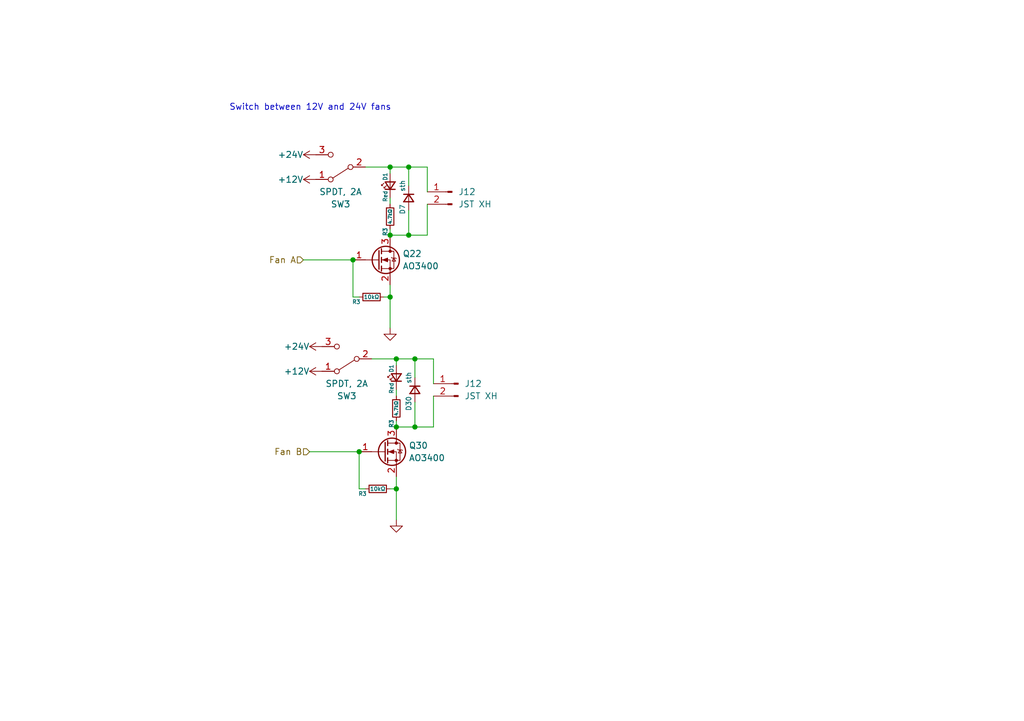
<source format=kicad_sch>
(kicad_sch (version 20230121) (generator eeschema)
  (paper "A5")
  (lib_symbols
    (symbol "Connector:Conn_01x02_Pin" (pin_names (offset 1.016) hide)
      (property "Reference" "J" (at 0 2.54 0))
      (property "Value" "Conn_01x02_Pin" (at 0 -5.08 0))
      (symbol "Conn_01x02_Pin_1_1"
        (polyline (pts (xy 1.27 -2.54) (xy 0.8636 -2.54)) (stroke (width 0.1524)))
        (polyline (pts (xy 1.27 0) (xy 0.8636 0)) (stroke (width 0.1524)))
        (rectangle (start 0.8636 -2.413) (end 0 -2.667) (stroke (width 0.1524)) (fill (type outline)))
        (rectangle (start 0.8636 0.127) (end 0 -0.127) (stroke (width 0.1524)) (fill (type outline)))
        (pin passive line (at 5.08 0 180) (length 3.81) (name "Pin_1") (number "1"))
        (pin passive line (at 5.08 -2.54 180) (length 3.81) (name "Pin_2") (number "2"))
      )
    )
    (symbol "Device:D_Small" (pin_numbers hide) (pin_names (offset 0.254) hide)
      (property "Reference" "D" (at -1.27 2.032 0))
      (property "Value" "D_Small" (at -3.81 -2.032 0))
      (symbol "D_Small_0_1"
        (polyline (pts (xy -0.762 -1.016) (xy -0.762 1.016)) (stroke (width 0.254)))
        (polyline (pts (xy -0.762 0) (xy 0.762 0)))
        (polyline (pts (xy 0.762 -1.016) (xy -0.762 0) (xy 0.762 1.016) (xy 0.762 -1.016)) (stroke (width 0.254)))
      )
      (symbol "D_Small_1_1"
        (pin passive line (at -2.54 0 0) (length 1.778) (name "K") (number "1"))
        (pin passive line (at 2.54 0 180) (length 1.778) (name "A") (number "2"))
      )
    )
    (symbol "Device:LED_Small" (pin_numbers hide) (pin_names (offset 0.254) hide)
      (property "Reference" "D" (at -1.27 3.175 0))
      (property "Value" "LED_Small" (at -4.445 -2.54 0))
      (symbol "LED_Small_0_1"
        (polyline (pts (xy -0.762 -1.016) (xy -0.762 1.016)) (stroke (width 0.254)))
        (polyline (pts (xy 1.016 0) (xy -0.762 0)))
        (polyline (pts (xy 0.762 -1.016) (xy -0.762 0) (xy 0.762 1.016) (xy 0.762 -1.016)) (stroke (width 0.254)))
        (polyline (pts (xy 0 0.762) (xy -0.508 1.27) (xy -0.254 1.27) (xy -0.508 1.27) (xy -0.508 1.016)))
        (polyline (pts (xy 0.508 1.27) (xy 0 1.778) (xy 0.254 1.778) (xy 0 1.778) (xy 0 1.524)))
      )
      (symbol "LED_Small_1_1"
        (pin passive line (at -2.54 0 0) (length 1.778) (name "K") (number "1"))
        (pin passive line (at 2.54 0 180) (length 1.778) (name "A") (number "2"))
      )
    )
    (symbol "Device:Q_NMOS_GSD" (pin_names (offset 0) hide)
      (property "Reference" "Q" (at 5.08 1.27 0))
      (property "Value" "Q_NMOS_GSD" (at 5.08 -1.27 0))
      (symbol "Q_NMOS_GSD_0_1"
        (polyline (pts (xy 0.254 0) (xy -2.54 0)))
        (polyline (pts (xy 0.254 1.905) (xy 0.254 -1.905)) (stroke (width 0.254)))
        (polyline (pts (xy 0.762 -1.27) (xy 0.762 -2.286)) (stroke (width 0.254)))
        (polyline (pts (xy 0.762 0.508) (xy 0.762 -0.508)) (stroke (width 0.254)))
        (polyline (pts (xy 0.762 2.286) (xy 0.762 1.27)) (stroke (width 0.254)))
        (polyline (pts (xy 2.54 2.54) (xy 2.54 1.778)))
        (polyline (pts (xy 2.54 -2.54) (xy 2.54 0) (xy 0.762 0)))
        (polyline (pts (xy 0.762 -1.778) (xy 3.302 -1.778) (xy 3.302 1.778) (xy 0.762 1.778)))
        (polyline (pts (xy 1.016 0) (xy 2.032 0.381) (xy 2.032 -0.381) (xy 1.016 0)) (fill (type outline)))
        (polyline (pts (xy 2.794 0.508) (xy 2.921 0.381) (xy 3.683 0.381) (xy 3.81 0.254)))
        (polyline (pts (xy 3.302 0.381) (xy 2.921 -0.254) (xy 3.683 -0.254) (xy 3.302 0.381)))
        (circle (center 1.651 0) (radius 2.794) (stroke (width 0.254)))
        (circle (center 2.54 -1.778) (radius 0.254) (fill (type outline)))
        (circle (center 2.54 1.778) (radius 0.254) (fill (type outline)))
      )
      (symbol "Q_NMOS_GSD_1_1"
        (pin input line (at -5.08 0 0) (length 2.54) (name "G") (number "1"))
        (pin passive line (at 2.54 -5.08 90) (length 2.54) (name "S") (number "2"))
        (pin passive line (at 2.54 5.08 270) (length 2.54) (name "D") (number "3"))
      )
    )
    (symbol "Device:R_Small" (pin_numbers hide) (pin_names (offset 0.254) hide)
      (property "Reference" "R" (at 0.762 0.508 0))
      (property "Value" "R_Small" (at 0.762 -1.016 0))
      (symbol "R_Small_0_1"
        (rectangle (start -0.762 1.778) (end 0.762 -1.778) (stroke (width 0.2032)))
      )
      (symbol "R_Small_1_1"
        (pin passive line (at 0 2.54 270) (length 0.762) (name "~") (number "1"))
        (pin passive line (at 0 -2.54 90) (length 0.762) (name "~") (number "2"))
      )
    )
    (symbol "Switch:SW_SPDT" (pin_names (offset 0) hide)
      (property "Reference" "SW" (at 0 4.318 0))
      (property "Value" "SW_SPDT" (at 0 -5.08 0))
      (symbol "SW_SPDT_0_0"
        (circle (center -2.032 0) (radius 0.508))
        (circle (center 2.032 -2.54) (radius 0.508))
      )
      (symbol "SW_SPDT_0_1"
        (polyline (pts (xy -1.524 0.254) (xy 1.651 2.286)))
        (circle (center 2.032 2.54) (radius 0.508))
      )
      (symbol "SW_SPDT_1_1"
        (pin passive line (at 5.08 2.54 180) (length 2.54) (name "A") (number "1"))
        (pin passive line (at -5.08 0 0) (length 2.54) (name "B") (number "2"))
        (pin passive line (at 5.08 -2.54 180) (length 2.54) (name "C") (number "3"))
      )
    )
    (symbol "power:+12V" (power) (pin_names (offset 0))
      (property "Value" "+12V" (at 0 3.556 0))
      (symbol "+12V_0_1"
        (polyline (pts (xy -0.762 1.27) (xy 0 2.54)))
        (polyline (pts (xy 0 0) (xy 0 2.54)))
        (polyline (pts (xy 0 2.54) (xy 0.762 1.27)))
      )
      (symbol "+12V_1_1"
        (pin power_in line (at 0 0 90) (length 0) hide (name "+12V") (number "1"))
      )
    )
    (symbol "power:+24V" (power) (pin_names (offset 0))
      (property "Value" "+24V" (at 0 3.556 0))
      (symbol "+24V_0_1"
        (polyline (pts (xy -0.762 1.27) (xy 0 2.54)))
        (polyline (pts (xy 0 0) (xy 0 2.54)))
        (polyline (pts (xy 0 2.54) (xy 0.762 1.27)))
      )
      (symbol "+24V_1_1"
        (pin power_in line (at 0 0 90) (length 0) hide (name "+24V") (number "1"))
      )
    )
    (symbol "power:GND" (power) (pin_names (offset 0))
      (property "Value" "GND" (at 0 -3.81 0))
      (symbol "GND_0_1"
        (polyline (pts (xy 0 0) (xy 0 -1.27) (xy 1.27 -1.27) (xy 0 -2.54) (xy -1.27 -1.27) (xy 0 -1.27)))
      )
      (symbol "GND_1_1"
        (pin power_in line (at 0 0 270) (length 0) hide (name "GND") (number "1"))
      )
    )
  )
  (junction (at 80.01 60.96))
  (junction (at 80.01 34.29))
  (junction (at 85.09 87.63))
  (junction (at 85.09 73.66))
  (junction (at 81.28 100.33))
  (junction (at 81.28 73.66))
  (junction (at 80.01 48.26))
  (junction (at 83.82 48.26))
  (junction (at 83.82 34.29))
  (junction (at 73.66 92.71))
  (junction (at 72.39 53.34))
  (junction (at 81.28 87.63))
  (wire (pts (xy 80.01 48.26) (xy 83.82 48.26)))
  (wire (pts (xy 62.23 53.34) (xy 72.39 53.34)))
  (wire (pts (xy 72.39 53.34) (xy 72.39 60.96)))
  (wire (pts (xy 88.9 73.66) (xy 88.9 78.74)))
  (wire (pts (xy 72.39 60.96) (xy 73.66 60.96)))
  (wire (pts (xy 81.28 87.63) (xy 81.28 86.36)))
  (wire (pts (xy 88.9 87.63) (xy 85.09 87.63)))
  (wire (pts (xy 83.82 43.18) (xy 83.82 48.26)))
  (wire (pts (xy 81.28 100.33) (xy 81.28 97.79)))
  (wire (pts (xy 87.63 34.29) (xy 87.63 39.37)))
  (wire (pts (xy 80.01 67.31) (xy 80.01 60.96)))
  (wire (pts (xy 81.28 106.68) (xy 81.28 100.33)))
  (wire (pts (xy 80.01 60.96) (xy 80.01 58.42)))
  (wire (pts (xy 80.01 34.29) (xy 83.82 34.29)))
  (wire (pts (xy 87.63 48.26) (xy 83.82 48.26)))
  (wire (pts (xy 88.9 81.28) (xy 88.9 87.63)))
  (wire (pts (xy 76.2 73.66) (xy 81.28 73.66)))
  (wire (pts (xy 83.82 34.29) (xy 83.82 38.1)))
  (wire (pts (xy 85.09 73.66) (xy 88.9 73.66)))
  (wire (pts (xy 80.01 35.56) (xy 80.01 34.29)))
  (wire (pts (xy 81.28 87.63) (xy 85.09 87.63)))
  (wire (pts (xy 85.09 73.66) (xy 85.09 77.47)))
  (wire (pts (xy 85.09 82.55) (xy 85.09 87.63)))
  (wire (pts (xy 81.28 81.28) (xy 81.28 80.01)))
  (wire (pts (xy 81.28 73.66) (xy 85.09 73.66)))
  (wire (pts (xy 80.01 100.33) (xy 81.28 100.33)))
  (wire (pts (xy 81.28 74.93) (xy 81.28 73.66)))
  (wire (pts (xy 73.66 100.33) (xy 74.93 100.33)))
  (wire (pts (xy 80.01 48.26) (xy 80.01 46.99)))
  (wire (pts (xy 83.82 34.29) (xy 87.63 34.29)))
  (wire (pts (xy 87.63 41.91) (xy 87.63 48.26)))
  (wire (pts (xy 78.74 60.96) (xy 80.01 60.96)))
  (wire (pts (xy 74.93 34.29) (xy 80.01 34.29)))
  (wire (pts (xy 80.01 41.91) (xy 80.01 40.64)))
  (wire (pts (xy 63.5 92.71) (xy 73.66 92.71)))
  (wire (pts (xy 73.66 92.71) (xy 73.66 100.33)))
  (text "Switch between 12V and 24V fans" (at 46.99 22.86 0) (effects (font (size 1.27 1.27)) (justify left bottom)))
  (hierarchical_label "Fan A" (shape input) (at 62.23 53.34 180))
  (hierarchical_label "Fan B" (shape input) (at 63.5 92.71 180))
  (symbol (lib_id "power:GND") (at 81.28 106.68 0) (unit 1)
    (property "Reference" "#PWR0118" (effects hide))
    (property "Value" "GND" (effects hide))
    (instances (project "mainboard" (path "" (reference "#PWR0118") (unit 1)) (path "" (reference "#PWR0143") (unit 1)) (path "" (reference "#PWR0119") (unit 1)) (path "" (reference "#PWR0164") (unit 1))))
  )
  (symbol (lib_id "power:+12V") (at 66.04 76.2 90) (mirror x) (unit 1)
    (property "Reference" "#PWR0117" (effects hide))
    (property "Value" "+12V" (at 63.5 76.2 90) (effects (justify left)))
    (instances (project "mainboard" (path "" (reference "#PWR0117") (unit 1)) (path "" (reference "#PWR0131") (unit 1)) (path "" (reference "#PWR0112") (unit 1)) (path "" (reference "#PWR0163") (unit 1))))
  )
  (symbol (lib_id "power:GND") (at 80.01 67.31 0) (unit 1)
    (property "Reference" "#PWR0118" (effects hide))
    (property "Value" "GND" (effects hide))
    (instances (project "mainboard" (path "" (reference "#PWR0118") (unit 1)) (path "" (reference "#PWR0178") (unit 1)) (path "" (reference "#PWR0168") (unit 1)) (path "" (reference "#PWR0188") (unit 1))))
  )
  (symbol (lib_id "Device:D_Small") (at 85.09 80.01 270) (unit 1)
    (property "Reference" "D30" (at 83.82 81.28 0) (effects (font (size 1 1)) (justify left)))
    (property "Value" "sth" (at 83.82 78.74 0) (effects (font (size 1 1)) (justify right)))
    (property "Sim.Device" "D" (effects hide))
    (property "Sim.Pins" "1=K 2=A" (effects hide))
    (instances (project "mainboard" (path "" (reference "D30") (unit 1)) (path "" (reference "D6") (unit 1)) (path "" (reference "D28") (unit 1))))
  )
  (symbol (lib_id "power:+12V") (at 64.77 36.83 90) (mirror x) (unit 1)
    (property "Reference" "#PWR0117" (effects hide))
    (property "Value" "+12V" (at 62.23 36.83 90) (effects (justify left)))
    (instances (project "mainboard" (path "" (reference "#PWR0117") (unit 1)) (path "" (reference "#PWR0171") (unit 1)) (path "" (reference "#PWR0161") (unit 1)) (path "" (reference "#PWR0181") (unit 1))))
  )
  (symbol (lib_id "Device:R_Small") (at 77.47 100.33 270) (unit 1)
    (property "Reference" "R3" (at 75.2 101.33 90) (effects (font (size 0.8 0.8)) (justify right)))
    (property "Value" "10kΩ" (at 77.47 100.33 90) (effects (font (size 0.8 0.8))))
    (property "Footprint" "AlphaLib:0402R" (effects hide))
    (instances (project "driver-tmc5160" (path "" (reference "R3") (unit 1))) (project "mainboard" (path "" (reference "R49") (unit 1)) (path "" (reference "R50") (unit 1)) (path "" (reference "R47") (unit 1)) (path "" (reference "R52") (unit 1))))
  )
  (symbol (lib_id "power:+24V") (at 66.04 71.12 90) (mirror x) (unit 1)
    (property "Reference" "#PWR0116" (effects hide))
    (property "Value" "+24V" (at 63.5 71.12 90) (effects (justify left)))
    (instances (project "mainboard" (path "" (reference "#PWR0116") (unit 1)) (path "" (reference "#PWR0126") (unit 1)) (path "" (reference "#PWR0105") (unit 1)) (path "" (reference "#PWR0162") (unit 1))))
  )
  (symbol (lib_id "Device:R_Small") (at 76.2 60.96 270) (unit 1)
    (property "Reference" "R3" (at 73.93 61.96 90) (effects (font (size 0.8 0.8)) (justify right)))
    (property "Value" "10kΩ" (at 76.2 60.96 90) (effects (font (size 0.8 0.8))))
    (property "Footprint" "AlphaLib:0402R" (effects hide))
    (instances (project "driver-tmc5160" (path "" (reference "R3") (unit 1))) (project "mainboard" (path "" (reference "R49") (unit 1)) (path "" (reference "R53") (unit 1)) (path "" (reference "R49") (unit 1)) (path "" (reference "R57") (unit 1))))
  )
  (symbol (lib_id "Device:D_Small") (at 83.82 40.64 270) (unit 1)
    (property "Reference" "D7" (at 82.55 41.91 0) (effects (font (size 1 1)) (justify left)))
    (property "Value" "sth" (at 82.55 39.37 0) (effects (font (size 1 1)) (justify right)))
    (property "Sim.Device" "D" (effects hide))
    (property "Sim.Pins" "1=K 2=A" (effects hide))
    (instances (project "mainboard" (path "" (reference "D7") (unit 1)) (path "" (reference "D3") (unit 1)) (path "" (reference "D5") (unit 1))))
  )
  (symbol (lib_id "Device:LED_Small") (at 80.01 38.1 90) (unit 1)
    (property "Reference" "D1" (at 79.01 37.1 0) (effects (font (size 0.8 0.8)) (justify left)))
    (property "Value" "Red" (at 79.01 39.1 0) (effects (font (size 0.8 0.8)) (justify right)))
    (property "Footprint" "AlphaLib:0402LED" (effects hide))
    (instances (project "driver-tmc5160" (path "" (reference "D1") (unit 1))) (project "mainboard" (path "" (reference "D18") (unit 1)) (path "" (reference "D25") (unit 1)) (path "" (reference "D26") (unit 1)) (path "" (reference "D27") (unit 1)) (path "" (reference "D13") (unit 1)) (path "" (reference "D14") (unit 1)) (path "" (reference "D15") (unit 1)) (path "" (reference "D11") (unit 1))))
  )
  (symbol (lib_id "Switch:SW_SPDT") (at 71.12 73.66 180) (unit 1)
    (property "Reference" "SW3" (at 71.12 81.28 0))
    (property "Value" "SPDT, 2A" (at 71.12 78.74 0))
    (property "Footprint" "corevus:MS-22C01_SPDT" (effects hide))
    (instances (project "mainboard" (path "" (reference "SW3") (unit 1)) (path "" (reference "SW6") (unit 1)) (path "" (reference "SW4") (unit 1)) (path "" (reference "SW8") (unit 1))))
  )
  (symbol (lib_id "Device:R_Small") (at 80.01 44.45 0) (mirror y) (unit 1)
    (property "Reference" "R3" (at 79.01 46.72 90) (effects (font (size 0.8 0.8)) (justify right)))
    (property "Value" "4.7kΩ" (at 80.01 44.45 90) (effects (font (size 0.7 0.7))))
    (property "Footprint" "AlphaLib:0402R" (effects hide))
    (instances (project "driver-tmc5160" (path "" (reference "R3") (unit 1))) (project "mainboard" (path "" (reference "R49") (unit 1)) (path "" (reference "R105") (unit 1)) (path "" (reference "R104") (unit 1)) (path "" (reference "R106") (unit 1))))
  )
  (symbol (lib_id "Device:R_Small") (at 81.28 83.82 0) (mirror y) (unit 1)
    (property "Reference" "R3" (at 80.28 86.09 90) (effects (font (size 0.8 0.8)) (justify right)))
    (property "Value" "4.7kΩ" (at 81.28 83.82 90) (effects (font (size 0.7 0.7))))
    (property "Footprint" "AlphaLib:0402R" (effects hide))
    (instances (project "driver-tmc5160" (path "" (reference "R3") (unit 1))) (project "mainboard" (path "" (reference "R49") (unit 1)) (path "" (reference "R51") (unit 1)) (path "" (reference "R48") (unit 1)) (path "" (reference "R54") (unit 1))))
  )
  (symbol (lib_id "Device:Q_NMOS_GSD") (at 78.74 92.71 0) (unit 1)
    (property "Reference" "Q30" (at 83.82 91.44 0) (effects (justify left)))
    (property "Value" "AO3400" (at 83.82 93.98 0) (effects (justify left)))
    (property "Footprint" "Package_TO_SOT_SMD:SOT-23" (effects hide))
    (instances (project "mainboard" (path "" (reference "Q30") (unit 1)) (path "" (reference "Q28") (unit 1)) (path "" (reference "Q29") (unit 1))))
  )
  (symbol (lib_id "Connector:Conn_01x02_Pin") (at 93.98 78.74 0) (mirror y) (unit 1)
    (property "Reference" "J12" (at 95.25 78.74 0) (effects (justify right)))
    (property "Value" "JST XH" (at 95.25 81.28 0) (effects (justify right)))
    (property "Footprint" "corevus:ShouHan_2.54-2PLT" (effects hide))
    (instances (project "mainboard" (path "" (reference "J12") (unit 1)) (path "" (reference "J17") (unit 1)) (path "" (reference "J15") (unit 1)) (path "" (reference "J19") (unit 1))))
  )
  (symbol (lib_id "power:+24V") (at 64.77 31.75 90) (mirror x) (unit 1)
    (property "Reference" "#PWR0116" (effects hide))
    (property "Value" "+24V" (at 62.23 31.75 90) (effects (justify left)))
    (instances (project "mainboard" (path "" (reference "#PWR0116") (unit 1)) (path "" (reference "#PWR0170") (unit 1)) (path "" (reference "#PWR0160") (unit 1)) (path "" (reference "#PWR0180") (unit 1))))
  )
  (symbol (lib_id "Switch:SW_SPDT") (at 69.85 34.29 180) (unit 1)
    (property "Reference" "SW3" (at 69.85 41.91 0))
    (property "Value" "SPDT, 2A" (at 69.85 39.37 0))
    (property "Footprint" "corevus:MS-22C01_SPDT" (effects hide))
    (instances (project "mainboard" (path "" (reference "SW3") (unit 1)) (path "" (reference "SW5") (unit 1)) (path "" (reference "SW3") (unit 1)) (path "" (reference "SW7") (unit 1))))
  )
  (symbol (lib_id "Connector:Conn_01x02_Pin") (at 92.71 39.37 0) (mirror y) (unit 1)
    (property "Reference" "J12" (at 93.98 39.37 0) (effects (justify right)))
    (property "Value" "JST XH" (at 93.98 41.91 0) (effects (justify right)))
    (property "Footprint" "corevus:ShouHan_2.54-2PLT" (effects hide))
    (instances (project "mainboard" (path "" (reference "J12") (unit 1)) (path "" (reference "J16") (unit 1)) (path "" (reference "J14") (unit 1)) (path "" (reference "J18") (unit 1))))
  )
  (symbol (lib_id "Device:Q_NMOS_GSD") (at 77.47 53.34 0) (unit 1)
    (property "Reference" "Q22" (at 82.55 52.07 0) (effects (justify left)))
    (property "Value" "AO3400" (at 82.55 54.61 0) (effects (justify left)))
    (property "Footprint" "Package_TO_SOT_SMD:SOT-23" (effects hide))
    (instances (project "mainboard" (path "" (reference "Q22") (unit 1)) (path "" (reference "Q20") (unit 1)) (path "" (reference "Q21") (unit 1))))
  )
  (symbol (lib_id "Device:LED_Small") (at 81.28 77.47 90) (unit 1)
    (property "Reference" "D1" (at 80.28 76.47 0) (effects (font (size 0.8 0.8)) (justify left)))
    (property "Value" "Red" (at 80.28 78.47 0) (effects (font (size 0.8 0.8)) (justify right)))
    (property "Footprint" "AlphaLib:0402LED" (effects hide))
    (instances (project "driver-tmc5160" (path "" (reference "D1") (unit 1))) (project "mainboard" (path "" (reference "D18") (unit 1)) (path "" (reference "D4") (unit 1)) (path "" (reference "D8") (unit 1)) (path "" (reference "D29") (unit 1)) (path "" (reference "D13") (unit 1)) (path "" (reference "D14") (unit 1)) (path "" (reference "D15") (unit 1)) (path "" (reference "D11") (unit 1))))
  )
)
</source>
